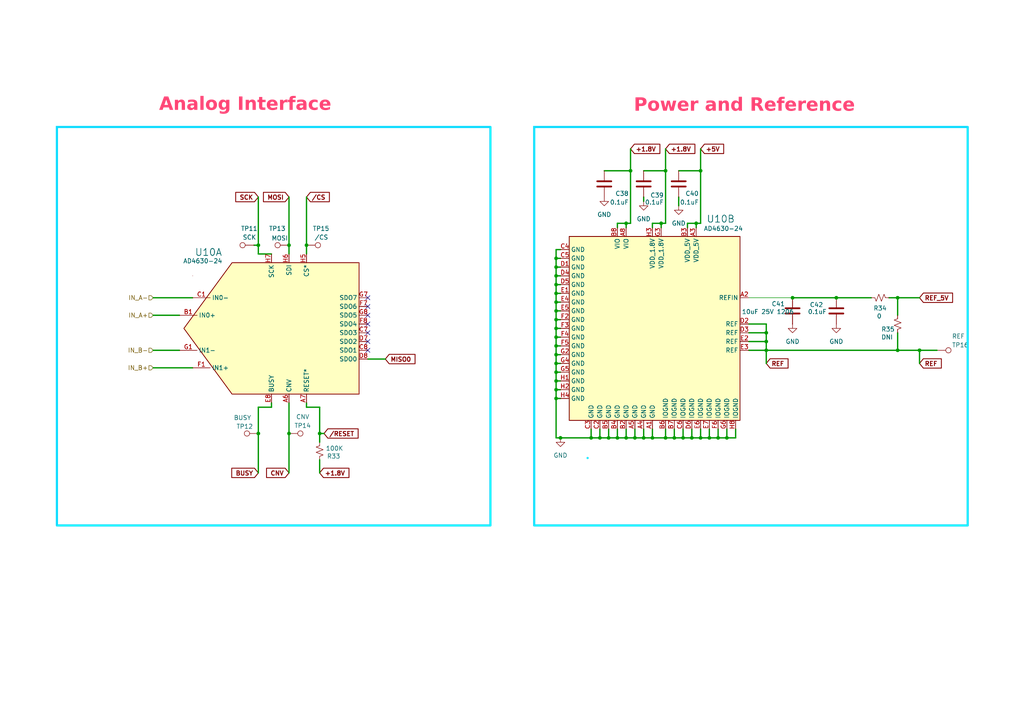
<source format=kicad_sch>
(kicad_sch (version 20250114) (generator "eeschema") (generator_version "9.0")
  (paper "A4")
  (title_block (title "NanoPulse - ADC") (date "2025-07-10") (rev "Rev 1") (company "N-Well Labs\n\n"))
  (lib_symbols
    (symbol "majed-symbols:AD4630-ADC"
      (property "Reference" "U10" (at 12.7 24.892 0))
      (property "Value" "AD4630-24" (at 12.7 22.352 0))
      (symbol "AD4630-ADC_0_1"
        (rectangle (start 26.67 15.24) (end 26.67 15.24))
      )
      (symbol "AD4630-ADC_1_1"
        (polyline (pts (xy 15.24 -19.05) (xy 29.21 0) (xy 15.24 19.05) (xy -21.59 19.05) (xy -21.59 -19.05) (xy 15.24 -19.05)) (stroke (width 0.254)) (fill (type background)))
        (pin output line (at -24.13 8.89 0) (length 2.54) (name "SDO7") (number "G7"))
        (pin output line (at -24.13 6.35 0) (length 2.54) (name "SDO6") (number "F7"))
        (pin output line (at -24.13 3.81 0) (length 2.54) (name "SDO5") (number "G8"))
        (pin output line (at -24.13 1.27 0) (length 2.54) (name "SDO4") (number "F8"))
        (pin output line (at -24.13 -1.27 0) (length 2.54) (name "SDO3") (number "C7"))
        (pin output line (at -24.13 -3.81 0) (length 2.54) (name "SDO2") (number "D7"))
        (pin output line (at -24.13 -6.35 0) (length 2.54) (name "SDO1") (number "C8"))
        (pin output line (at -24.13 -8.89 0) (length 2.54) (name "SDO0") (number "D8"))
        (pin input line (at -6.35 21.59 270) (length 2.54) (name "CS*") (number "H5"))
        (pin input line (at -6.35 -21.59 90) (length 2.54) (name "RESET*") (number "A7"))
        (pin input line (at -1.27 21.59 270) (length 2.54) (name "SDI") (number "H6"))
        (pin input line (at -1.27 -21.59 90) (length 2.54) (name "CNV") (number "A6"))
        (pin input line (at 3.81 21.59 270) (length 2.54) (name "SCK") (number "H7"))
        (pin output line (at 3.81 -21.59 90) (length 2.54) (name "BUSY") (number "E8"))
        (pin input line (at 26.67 8.89 180) (length 5.08) (name "IN0-") (number "C1"))
        (pin input line (at 26.67 -11.43 180) (length 5.08) (name "IN1+") (number "F1"))
        (pin input line (at 30.48 3.81 180) (length 5.08) (name "IN0+") (number "B1"))
        (pin input line (at 30.48 -6.35 180) (length 5.08) (name "IN1-") (number "G1"))
      )
      (symbol "AD4630-ADC_2_1"
        (polyline (pts (xy -24.13 -3.81) (xy -24.13 -25.4) (xy 25.4 -25.4) (xy 25.4 27.94) (xy -24.13 27.94) (xy -24.13 -3.81)) (stroke (width 0.254)) (fill (type background)))
        (pin power_in line (at -26.67 10.16 0) (length 2.54) (name "REFIN") (number "A2"))
        (pin passive line (at -26.67 2.54 0) (length 2.54) (name "REF") (number "D2"))
        (pin passive line (at -26.67 0 0) (length 2.54) (name "REF") (number "D3"))
        (pin passive line (at -26.67 -2.54 0) (length 2.54) (name "REF") (number "E2"))
        (pin passive line (at -26.67 -5.08 0) (length 2.54) (name "REF") (number "E3"))
        (pin power_in line (at -22.86 -27.94 90) (length 2.54) (name "IOGND") (number "H8"))
        (pin power_in line (at -20.32 -27.94 90) (length 2.54) (name "IOGND") (number "G6"))
        (pin power_in line (at -17.78 -27.94 90) (length 2.54) (name "IOGND") (number "F6"))
        (pin power_in line (at -15.24 -27.94 90) (length 2.54) (name "IOGND") (number "E7"))
        (pin power_in line (at -12.7 -27.94 90) (length 2.54) (name "IOGND") (number "E6"))
        (pin power_in line (at -11.43 30.48 270) (length 2.54) (name "VDD_5V") (number "A3"))
        (pin power_in line (at -10.16 -27.94 90) (length 2.54) (name "IOGND") (number "D6"))
        (pin power_in line (at -8.89 30.48 270) (length 2.54) (name "VDD_5V") (number "B3"))
        (pin power_in line (at -7.62 -27.94 90) (length 2.54) (name "IOGND") (number "C6"))
        (pin power_in line (at -5.08 -27.94 90) (length 2.54) (name "IOGND") (number "B7"))
        (pin power_in line (at -2.54 -27.94 90) (length 2.54) (name "IOGND") (number "B6"))
        (pin power_in line (at -1.27 30.48 270) (length 2.54) (name "VDD_1.8V") (number "G3"))
        (pin power_in line (at 1.27 30.48 270) (length 2.54) (name "VDD_1.8V") (number "H3"))
        (pin power_in line (at 1.27 -27.94 90) (length 2.54) (name "GND") (number "A1"))
        (pin power_in line (at 3.81 -27.94 90) (length 2.54) (name "GND") (number "A4"))
        (pin power_in line (at 6.35 -27.94 90) (length 2.54) (name "GND") (number "A5"))
        (pin power_in line (at 8.89 30.48 270) (length 2.54) (name "VIO") (number "A8"))
        (pin power_in line (at 8.89 -27.94 90) (length 2.54) (name "GND") (number "B2"))
        (pin power_in line (at 11.43 30.48 270) (length 2.54) (name "VIO") (number "B8"))
        (pin power_in line (at 11.43 -27.94 90) (length 2.54) (name "GND") (number "B4"))
        (pin power_in line (at 13.97 -27.94 90) (length 2.54) (name "GND") (number "B5"))
        (pin power_in line (at 16.51 -27.94 90) (length 2.54) (name "GND") (number "C2"))
        (pin power_in line (at 19.05 -27.94 90) (length 2.54) (name "GND") (number "C3"))
        (pin power_in line (at 27.94 24.13 180) (length 2.54) (name "GND") (number "C4"))
        (pin power_in line (at 27.94 21.59 180) (length 2.54) (name "GND") (number "C5"))
        (pin power_in line (at 27.94 19.05 180) (length 2.54) (name "GND") (number "D1"))
        (pin power_in line (at 27.94 16.51 180) (length 2.54) (name "GND") (number "D4"))
        (pin power_in line (at 27.94 13.97 180) (length 2.54) (name "GND") (number "D5"))
        (pin power_in line (at 27.94 11.43 180) (length 2.54) (name "GND") (number "E1"))
        (pin power_in line (at 27.94 8.89 180) (length 2.54) (name "GND") (number "E4"))
        (pin power_in line (at 27.94 6.35 180) (length 2.54) (name "GND") (number "E5"))
        (pin power_in line (at 27.94 3.81 180) (length 2.54) (name "GND") (number "F2"))
        (pin power_in line (at 27.94 1.27 180) (length 2.54) (name "GND") (number "F3"))
        (pin power_in line (at 27.94 -1.27 180) (length 2.54) (name "GND") (number "F4"))
        (pin power_in line (at 27.94 -3.81 180) (length 2.54) (name "GND") (number "F5"))
        (pin power_in line (at 27.94 -6.35 180) (length 2.54) (name "GND") (number "G2"))
        (pin power_in line (at 27.94 -8.89 180) (length 2.54) (name "GND") (number "G4"))
        (pin power_in line (at 27.94 -11.43 180) (length 2.54) (name "GND") (number "G5"))
        (pin power_in line (at 27.94 -13.97 180) (length 2.54) (name "GND") (number "H1"))
        (pin power_in line (at 27.94 -16.51 180) (length 2.54) (name "GND") (number "H2"))
        (pin power_in line (at 27.94 -19.05 180) (length 2.54) (name "GND") (number "H4"))
      )
    )
    (symbol "majed-symbols:C" (pin_numbers (hide yes)) (pin_names (offset 0.254))
      (property "Reference" "C" (at 0.635 2.54 0))
      (property "Value" "C" (at 0.635 -2.54 0))
      (symbol "C_0_1"
        (polyline (pts (xy -2.032 0.762) (xy 2.032 0.762)) (stroke (width 0.508)))
        (polyline (pts (xy -2.032 -0.762) (xy 2.032 -0.762)) (stroke (width 0.508)))
      )
      (symbol "C_1_1"
        (pin passive line (at 0 3.81 270) (length 2.794) (name "~") (number "1"))
        (pin passive line (at 0 -3.81 90) (length 2.794) (name "~") (number "2"))
      )
    )
    (symbol "majed-symbols:GND" (power) (pin_numbers (hide yes)) (pin_names (offset 0) (hide yes))
      (property "Value" "GND" (at 0 -3.81 0))
      (symbol "GND_0_1"
        (polyline (pts (xy 0 0) (xy 0 -1.27) (xy 1.27 -1.27) (xy 0 -2.54) (xy -1.27 -1.27) (xy 0 -1.27)))
      )
      (symbol "GND_1_1"
        (pin power_in line (at 0 0 270) (length 0) (name "~") (number "1"))
      )
    )
    (symbol "majed-symbols:R_Small_US" (pin_numbers (hide yes)) (pin_names (offset 0.254) (hide yes))
      (property "Reference" "R" (at 0.762 0.508 0))
      (property "Value" "R_Small_US" (at 0.762 -1.016 0))
      (symbol "R_Small_US_1_1"
        (polyline (pts (xy 0 1.524) (xy 1.016 1.143) (xy 0 0.762) (xy -1.016 0.381) (xy 0 0)))
        (polyline (pts (xy 0 0) (xy 1.016 -0.381) (xy 0 -0.762) (xy -1.016 -1.143) (xy 0 -1.524)))
        (pin passive line (at 0 2.54 270) (length 1.016) (name "~") (number "1"))
        (pin passive line (at 0 -2.54 90) (length 1.016) (name "~") (number "2"))
      )
    )
    (symbol "majed-symbols:TestPoint" (pin_numbers (hide yes)) (pin_names (offset 0.762) (hide yes))
      (property "Reference" "TP" (at 2.54 2.794 90))
      (symbol "TestPoint_0_1"
        (circle (center 0 3.302) (radius 0.762))
      )
      (symbol "TestPoint_1_1"
        (pin passive line (at 0 0 90) (length 2.54) (name "1") (number "1"))
      )
    )
  )
  (rectangle (start 16.51 36.83) (end 142.24 152.4) (stroke (width 0.635) (color 14 220 255 1)))
  (rectangle (start 154.94 36.83) (end 280.67 152.4) (stroke (width 0.635) (color 14 220 255 1)))
  (rectangle (start 170.434 132.842) (end 170.434 132.842) (stroke (width 0.635) (color 14 220 255 1)))
  (text "Analog Interface" (at 71.12 31.496 0) (effects (font (size 3.81 3.81) (bold yes))))
  (text "Power and Reference" (at 215.9 31.75 0) (effects (font (size 3.81 3.81) (bold yes))))
  (junction (at 74.93 125.73))
  (junction (at 260.35 101.6))
  (junction (at 161.29 95.25))
  (junction (at 260.35 86.36))
  (junction (at 88.9 71.12))
  (junction (at 161.29 97.79))
  (junction (at 195.58 127))
  (junction (at 162.56 127))
  (junction (at 203.2 49.53))
  (junction (at 184.15 127))
  (junction (at 203.2 127))
  (junction (at 171.45 127))
  (junction (at 201.93 64.77))
  (junction (at 222.25 99.06))
  (junction (at 179.07 127))
  (junction (at 83.82 71.12))
  (junction (at 189.23 127))
  (junction (at 161.29 107.95))
  (junction (at 210.82 127))
  (junction (at 161.29 77.47))
  (junction (at 74.93 71.12))
  (junction (at 161.29 105.41))
  (junction (at 198.12 127))
  (junction (at 173.99 127))
  (junction (at 161.29 102.87))
  (junction (at 161.29 82.55))
  (junction (at 242.57 86.36))
  (junction (at 161.29 90.17))
  (junction (at 161.29 92.71))
  (junction (at 161.29 113.03))
  (junction (at 161.29 115.57))
  (junction (at 266.7 101.6))
  (junction (at 182.88 49.53))
  (junction (at 193.04 127))
  (junction (at 181.61 127))
  (junction (at 83.82 125.73))
  (junction (at 161.29 100.33))
  (junction (at 191.77 64.77))
  (junction (at 161.29 74.93))
  (junction (at 181.61 64.77))
  (junction (at 186.69 127))
  (junction (at 176.53 127))
  (junction (at 229.87 86.36))
  (junction (at 205.74 127))
  (junction (at 161.29 110.49))
  (junction (at 222.25 96.52))
  (junction (at 92.71 125.73))
  (junction (at 161.29 87.63))
  (junction (at 222.25 101.6))
  (junction (at 161.29 80.01))
  (junction (at 161.29 85.09))
  (junction (at 200.66 127))
  (junction (at 193.04 49.53))
  (junction (at 208.28 127))
  (no_connect (at 106.68 101.6))
  (no_connect (at 106.68 88.9))
  (no_connect (at 106.68 91.44))
  (no_connect (at 106.68 99.06))
  (no_connect (at 106.68 96.52))
  (no_connect (at 106.68 86.36))
  (no_connect (at 106.68 93.98))
  (wire (pts (xy 210.82 127) (xy 208.28 127)) (stroke (width 0.381)))
  (wire (pts (xy 242.57 86.36) (xy 252.73 86.36)) (stroke (width 0.381)))
  (wire (pts (xy 193.04 124.46) (xy 193.04 127)) (stroke (width 0.381)))
  (wire (pts (xy 195.58 124.46) (xy 195.58 127)) (stroke (width 0.381)))
  (wire (pts (xy 88.9 71.12) (xy 88.9 73.66)) (stroke (width 0.381)))
  (wire (pts (xy 161.29 77.47) (xy 161.29 80.01)) (stroke (width 0.381)))
  (wire (pts (xy 222.25 93.98) (xy 222.25 96.52)) (stroke (width 0.381)))
  (wire (pts (xy 83.82 57.15) (xy 83.82 71.12)) (stroke (width 0.381)))
  (wire (pts (xy 203.2 49.53) (xy 203.2 64.77)) (stroke (width 0.381)))
  (wire (pts (xy 162.56 107.95) (xy 161.29 107.95)) (stroke (width 0.381)))
  (wire (pts (xy 203.2 43.18) (xy 203.2 49.53)) (stroke (width 0.381)))
  (wire (pts (xy 181.61 127) (xy 184.15 127)) (stroke (width 0.381)))
  (wire (pts (xy 176.53 127) (xy 179.07 127)) (stroke (width 0.381)))
  (wire (pts (xy 193.04 64.77) (xy 191.77 64.77)) (stroke (width 0.381)))
  (wire (pts (xy 222.25 99.06) (xy 222.25 101.6)) (stroke (width 0.381)))
  (wire (pts (xy 196.85 49.53) (xy 203.2 49.53)) (stroke (width 0.381)))
  (wire (pts (xy 92.71 118.11) (xy 88.9 118.11)) (stroke (width 0.381)))
  (wire (pts (xy 88.9 57.15) (xy 88.9 71.12)) (stroke (width 0.381)))
  (wire (pts (xy 189.23 66.04) (xy 189.23 64.77)) (stroke (width 0.381)))
  (wire (pts (xy 83.82 71.12) (xy 83.82 73.66)) (stroke (width 0.381)))
  (wire (pts (xy 266.7 101.6) (xy 271.78 101.6)) (stroke (width 0.381)))
  (wire (pts (xy 162.56 97.79) (xy 161.29 97.79)) (stroke (width 0.381)))
  (wire (pts (xy 162.56 90.17) (xy 161.29 90.17)) (stroke (width 0.381)))
  (wire (pts (xy 162.56 92.71) (xy 161.29 92.71)) (stroke (width 0.381)))
  (wire (pts (xy 161.29 87.63) (xy 161.29 90.17)) (stroke (width 0.381)))
  (wire (pts (xy 161.29 72.39) (xy 161.29 74.93)) (stroke (width 0.381)))
  (wire (pts (xy 161.29 115.57) (xy 161.29 127)) (stroke (width 0.381)))
  (wire (pts (xy 44.45 106.68) (xy 55.88 106.68)) (stroke (width 0.381)))
  (wire (pts (xy 93.98 125.73) (xy 92.71 125.73)) (stroke (width 0.381)))
  (wire (pts (xy 222.25 96.52) (xy 222.25 99.06)) (stroke (width 0.381)))
  (wire (pts (xy 161.29 100.33) (xy 161.29 102.87)) (stroke (width 0.381)))
  (wire (pts (xy 162.56 100.33) (xy 161.29 100.33)) (stroke (width 0.381)))
  (wire (pts (xy 161.29 92.71) (xy 161.29 95.25)) (stroke (width 0.381)))
  (wire (pts (xy 162.56 77.47) (xy 161.29 77.47)) (stroke (width 0.381)))
  (wire (pts (xy 189.23 124.46) (xy 189.23 127)) (stroke (width 0.381)))
  (wire (pts (xy 162.56 85.09) (xy 161.29 85.09)) (stroke (width 0.381)))
  (wire (pts (xy 74.93 71.12) (xy 74.93 73.66)) (stroke (width 0.381)))
  (wire (pts (xy 162.56 87.63) (xy 161.29 87.63)) (stroke (width 0.381)))
  (wire (pts (xy 161.29 90.17) (xy 161.29 92.71)) (stroke (width 0.381)))
  (wire (pts (xy 186.69 127) (xy 184.15 127)) (stroke (width 0.381)))
  (wire (pts (xy 205.74 127) (xy 203.2 127)) (stroke (width 0.381)))
  (wire (pts (xy 83.82 116.84) (xy 83.82 125.73)) (stroke (width 0.381)))
  (wire (pts (xy 182.88 49.53) (xy 182.88 64.77)) (stroke (width 0.381)))
  (wire (pts (xy 203.2 64.77) (xy 201.93 64.77)) (stroke (width 0.381)))
  (wire (pts (xy 161.29 105.41) (xy 161.29 107.95)) (stroke (width 0.381)))
  (wire (pts (xy 203.2 124.46) (xy 203.2 127)) (stroke (width 0.381)))
  (wire (pts (xy 161.29 85.09) (xy 161.29 87.63)) (stroke (width 0.381)))
  (wire (pts (xy 179.07 66.04) (xy 179.07 64.77)) (stroke (width 0.381)))
  (wire (pts (xy 162.56 115.57) (xy 161.29 115.57)) (stroke (width 0.381)))
  (wire (pts (xy 217.17 86.36) (xy 229.87 86.36)))
  (wire (pts (xy 193.04 49.53) (xy 193.04 64.77)) (stroke (width 0.381)))
  (wire (pts (xy 191.77 66.04) (xy 191.77 64.77)) (stroke (width 0.381)))
  (wire (pts (xy 162.56 74.93) (xy 161.29 74.93)) (stroke (width 0.381)))
  (wire (pts (xy 208.28 124.46) (xy 208.28 127)) (stroke (width 0.381)))
  (wire (pts (xy 189.23 64.77) (xy 191.77 64.77)) (stroke (width 0.381)))
  (wire (pts (xy 162.56 113.03) (xy 161.29 113.03)) (stroke (width 0.381)))
  (wire (pts (xy 257.81 86.36) (xy 260.35 86.36)) (stroke (width 0.381)))
  (wire (pts (xy 179.07 124.46) (xy 179.07 127)) (stroke (width 0.381)))
  (wire (pts (xy 92.71 133.35) (xy 92.71 137.16)) (stroke (width 0.381)))
  (wire (pts (xy 74.93 125.73) (xy 74.93 137.16)) (stroke (width 0.381)))
  (wire (pts (xy 200.66 127) (xy 198.12 127)) (stroke (width 0.381)))
  (wire (pts (xy 92.71 125.73) (xy 92.71 128.27)) (stroke (width 0.381)))
  (wire (pts (xy 162.56 127) (xy 171.45 127)) (stroke (width 0.381)))
  (wire (pts (xy 222.25 96.52) (xy 217.17 96.52)) (stroke (width 0.381)))
  (wire (pts (xy 162.56 102.87) (xy 161.29 102.87)) (stroke (width 0.381)))
  (wire (pts (xy 173.99 124.46) (xy 173.99 127)) (stroke (width 0.381)))
  (wire (pts (xy 181.61 66.04) (xy 181.61 64.77)) (stroke (width 0.381)))
  (wire (pts (xy 217.17 99.06) (xy 222.25 99.06)) (stroke (width 0.381)))
  (wire (pts (xy 186.69 58.42) (xy 186.69 57.15)) (stroke (width 0.381)))
  (wire (pts (xy 217.17 93.98) (xy 222.25 93.98)) (stroke (width 0.381)))
  (wire (pts (xy 203.2 127) (xy 200.66 127)) (stroke (width 0.381)))
  (wire (pts (xy 182.88 43.18) (xy 182.88 49.53)) (stroke (width 0.381)))
  (wire (pts (xy 161.29 97.79) (xy 161.29 100.33)) (stroke (width 0.381)))
  (wire (pts (xy 222.25 101.6) (xy 260.35 101.6)) (stroke (width 0.381)))
  (wire (pts (xy 193.04 43.18) (xy 193.04 49.53)) (stroke (width 0.381)))
  (wire (pts (xy 198.12 127) (xy 195.58 127)) (stroke (width 0.381)))
  (wire (pts (xy 162.56 127) (xy 161.29 127)) (stroke (width 0.381)))
  (wire (pts (xy 201.93 66.04) (xy 201.93 64.77)) (stroke (width 0.381)))
  (wire (pts (xy 161.29 102.87) (xy 161.29 105.41)) (stroke (width 0.381)))
  (wire (pts (xy 229.87 86.36) (xy 242.57 86.36)) (stroke (width 0.381)))
  (wire (pts (xy 182.88 64.77) (xy 181.61 64.77)) (stroke (width 0.381)))
  (wire (pts (xy 260.35 86.36) (xy 266.7 86.36)) (stroke (width 0.381)))
  (wire (pts (xy 217.17 101.6) (xy 222.25 101.6)) (stroke (width 0.381)))
  (wire (pts (xy 189.23 127) (xy 193.04 127)) (stroke (width 0.381)))
  (wire (pts (xy 199.39 66.04) (xy 199.39 64.77)) (stroke (width 0.381)))
  (wire (pts (xy 176.53 124.46) (xy 176.53 127)) (stroke (width 0.381)))
  (wire (pts (xy 205.74 124.46) (xy 205.74 127)) (stroke (width 0.381)))
  (wire (pts (xy 179.07 127) (xy 181.61 127)) (stroke (width 0.381)))
  (wire (pts (xy 175.26 49.53) (xy 182.88 49.53)) (stroke (width 0.381)))
  (wire (pts (xy 161.29 113.03) (xy 161.29 115.57)) (stroke (width 0.381)))
  (wire (pts (xy 161.29 80.01) (xy 161.29 82.55)) (stroke (width 0.381)))
  (wire (pts (xy 88.9 118.11) (xy 88.9 116.84)) (stroke (width 0.381)))
  (wire (pts (xy 162.56 95.25) (xy 161.29 95.25)) (stroke (width 0.381)))
  (wire (pts (xy 186.69 124.46) (xy 186.69 127)) (stroke (width 0.381)))
  (wire (pts (xy 162.56 110.49) (xy 161.29 110.49)) (stroke (width 0.381)))
  (wire (pts (xy 199.39 64.77) (xy 201.93 64.77)) (stroke (width 0.381)))
  (wire (pts (xy 266.7 105.41) (xy 266.7 101.6)) (stroke (width 0.381)))
  (wire (pts (xy 106.68 104.14) (xy 111.76 104.14)) (stroke (width 0.381)))
  (wire (pts (xy 44.45 86.36) (xy 55.88 86.36)) (stroke (width 0.381)))
  (wire (pts (xy 161.29 74.93) (xy 161.29 77.47)) (stroke (width 0.381)))
  (wire (pts (xy 179.07 64.77) (xy 181.61 64.77)) (stroke (width 0.381)))
  (wire (pts (xy 260.35 96.52) (xy 260.35 101.6)) (stroke (width 0.381)))
  (wire (pts (xy 83.82 125.73) (xy 83.82 137.16)) (stroke (width 0.381)))
  (wire (pts (xy 181.61 124.46) (xy 181.61 127)) (stroke (width 0.381)))
  (wire (pts (xy 162.56 82.55) (xy 161.29 82.55)) (stroke (width 0.381)))
  (wire (pts (xy 260.35 86.36) (xy 260.35 91.44)) (stroke (width 0.381)))
  (wire (pts (xy 184.15 124.46) (xy 184.15 127)) (stroke (width 0.381)))
  (wire (pts (xy 44.45 101.6) (xy 52.07 101.6)) (stroke (width 0.381)))
  (wire (pts (xy 78.74 118.11) (xy 78.74 116.84)) (stroke (width 0.381)))
  (wire (pts (xy 73.66 71.12) (xy 74.93 71.12)) (stroke (width 0.381)))
  (wire (pts (xy 176.53 127) (xy 173.99 127)) (stroke (width 0.381)))
  (wire (pts (xy 161.29 107.95) (xy 161.29 110.49)) (stroke (width 0.381)))
  (wire (pts (xy 260.35 101.6) (xy 266.7 101.6)) (stroke (width 0.381)))
  (wire (pts (xy 161.29 72.39) (xy 162.56 72.39)) (stroke (width 0.381)))
  (wire (pts (xy 222.25 105.41) (xy 222.25 101.6)) (stroke (width 0.381)))
  (wire (pts (xy 171.45 124.46) (xy 171.45 127)) (stroke (width 0.381)))
  (wire (pts (xy 162.56 105.41) (xy 161.29 105.41)) (stroke (width 0.381)))
  (wire (pts (xy 186.69 49.53) (xy 193.04 49.53)) (stroke (width 0.381)))
  (wire (pts (xy 161.29 82.55) (xy 161.29 85.09)) (stroke (width 0.381)))
  (wire (pts (xy 74.93 57.15) (xy 74.93 71.12)) (stroke (width 0.381)))
  (wire (pts (xy 210.82 124.46) (xy 210.82 127)) (stroke (width 0.381)))
  (wire (pts (xy 195.58 127) (xy 193.04 127)) (stroke (width 0.381)))
  (wire (pts (xy 200.66 124.46) (xy 200.66 127)) (stroke (width 0.381)))
  (wire (pts (xy 44.45 91.44) (xy 52.07 91.44)) (stroke (width 0.381)))
  (wire (pts (xy 161.29 110.49) (xy 161.29 113.03)) (stroke (width 0.381)))
  (wire (pts (xy 196.85 59.69) (xy 196.85 57.15)) (stroke (width 0.381)))
  (wire (pts (xy 213.36 124.46) (xy 213.36 127)) (stroke (width 0.381)))
  (wire (pts (xy 74.93 125.73) (xy 74.93 118.11)) (stroke (width 0.381)))
  (wire (pts (xy 92.71 125.73) (xy 92.71 118.11)) (stroke (width 0.381)))
  (wire (pts (xy 74.93 73.66) (xy 78.74 73.66)) (stroke (width 0.381)))
  (wire (pts (xy 198.12 124.46) (xy 198.12 127)) (stroke (width 0.381)))
  (wire (pts (xy 208.28 127) (xy 205.74 127)) (stroke (width 0.381)))
  (wire (pts (xy 74.93 118.11) (xy 78.74 118.11)) (stroke (width 0.381)))
  (wire (pts (xy 161.29 95.25) (xy 161.29 97.79)) (stroke (width 0.381)))
  (wire (pts (xy 173.99 127) (xy 171.45 127)) (stroke (width 0.381)))
  (wire (pts (xy 162.56 80.01) (xy 161.29 80.01)) (stroke (width 0.381)))
  (wire (pts (xy 213.36 127) (xy 210.82 127)) (stroke (width 0.381)))
  (wire (pts (xy 186.69 127) (xy 189.23 127)) (stroke (width 0.381)))
  (global_label "+1.8V" (shape input) (at 182.88 43.18 0) (effects (font (bold yes))) (property "Intersheetrefs" "${INTERSHEET_REFS}" (effects (hide yes))))
  (global_label "+1.8V" (shape input) (at 92.71 137.16 0) (effects (font (bold yes))) (property "Intersheetrefs" "${INTERSHEET_REFS}" (effects (hide yes))))
  (global_label "SCK" (shape input) (at 74.93 57.15 180) (effects (font (bold yes))) (property "Intersheetrefs" "${INTERSHEET_REFS}" (effects (hide yes))))
  (global_label "MOSI" (shape input) (at 83.82 57.15 180) (effects (font (bold yes))) (property "Intersheetrefs" "${INTERSHEET_REFS}" (effects (hide yes))))
  (global_label "REF" (shape input) (at 222.25 105.41 0) (effects (font (bold yes))) (property "Intersheetrefs" "${INTERSHEET_REFS}" (effects (hide yes))) (property "Netclass" "BGA" (effects (hide yes))))
  (global_label "{slash}CS" (shape input) (at 88.9 57.15 0) (effects (font (bold yes))) (property "Intersheetrefs" "${INTERSHEET_REFS}" (effects (hide yes))))
  (global_label "CNV" (shape input) (at 83.82 137.16 180) (effects (font (bold yes))) (property "Intersheetrefs" "${INTERSHEET_REFS}" (effects (hide yes))))
  (global_label "REF" (shape input) (at 266.7 105.41 0) (effects (font (bold yes))) (property "Intersheetrefs" "${INTERSHEET_REFS}" (effects (hide yes))))
  (global_label "{slash}RESET" (shape input) (at 93.98 125.73 0) (effects (font (bold yes))) (property "Intersheetrefs" "${INTERSHEET_REFS}" (effects (hide yes))))
  (global_label "BUSY" (shape input) (at 74.93 137.16 180) (effects (font (bold yes))) (property "Intersheetrefs" "${INTERSHEET_REFS}" (effects (hide yes))))
  (global_label "REF_5V" (shape input) (at 266.7 86.36 0) (effects (font (bold yes))) (property "Intersheetrefs" "${INTERSHEET_REFS}" (effects (hide yes))) (property "Netclass" "BGA" (effects (hide yes))))
  (global_label "MISO0" (shape input) (at 111.76 104.14 0) (effects (font (bold yes))) (property "Intersheetrefs" "${INTERSHEET_REFS}" (effects (hide yes))))
  (global_label "+1.8V" (shape input) (at 193.04 43.18 0) (effects (font (bold yes))) (property "Intersheetrefs" "${INTERSHEET_REFS}" (effects (hide yes))))
  (global_label "+5V" (shape input) (at 203.2 43.18 0) (effects (font (bold yes))) (property "Intersheetrefs" "${INTERSHEET_REFS}" (effects (hide yes))))
  (hierarchical_label "IN_B+" (shape input) (at 44.45 106.68 180))
  (hierarchical_label "IN_A+" (shape input) (at 44.45 91.44 180))
  (hierarchical_label "IN_A-" (shape input) (at 44.45 86.36 180))
  (hierarchical_label "IN_B-" (shape input) (at 44.45 101.6 180))
  (symbol (lib_id "majed-symbols:C") (at 196.85 53.34 0) (mirror y) (unit 1)
    (property "Reference" "C40" (at 202.692 56.134 0) (effects (justify left)))
    (property "Value" "0.1uF" (at 202.692 58.674 0) (effects (justify left)))
    (property "Footprint" "Capacitor_SMD:C_0603_1608Metric" (effects (hide yes)))
    (property "Description" "Unpolarized capacitor" (effects (hide yes)))
    (property "Manufacturer" "YAGEO " (effects (hide yes)))
    (property "Digikey" "311-1088-1-ND" (effects (hide yes)))
    (property "Mfg part #" "CC0603KRX7R7BB104" (effects (hide yes)))
  )
  (symbol (lib_id "majed-symbols:TestPoint") (at 83.82 71.12 90) (unit 1)
    (property "Reference" "TP13" (at 77.978 66.294 90) (effects (justify right)))
    (property "Value" "MOSI" (at 78.74 69.088 90) (effects (justify right)))
    (property "Footprint" "TestPoint:TestPoint_Pad_1.0x1.0mm" (effects (hide yes)))
    (property "Description" "Test Point" (effects (hide yes)))
  )
  (symbol (lib_id "majed-symbols:GND") (at 175.26 57.15 0) (mirror y) (unit 1)
    (property "Reference" "#PWR093" (effects (hide yes)))
    (property "Value" "GND" (at 175.26 62.23 0))
    (property "Description" "Power symbol creates a global label with name \"GND\" , ground" (effects (hide yes)))
  )
  (symbol (lib_id "majed-symbols:R_Small_US") (at 255.27 86.36 90) (mirror x) (unit 1)
    (property "Reference" "R34" (at 255.27 89.408 90))
    (property "Value" "0" (at 255.016 91.694 90))
    (property "Footprint" "Resistor_SMD:R_0603_1608Metric" (effects (hide yes)))
    (property "Description" "Resistor, small US symbol" (effects (hide yes)))
    (property "Manufacturer" "YAGEO" (effects (hide yes)))
    (property "Digikey" "311-0.0GRCT-ND" (effects (hide yes)))
    (property "Mfg part #" "RC0603JR-070RL " (effects (hide yes)))
  )
  (symbol (lib_id "majed-symbols:TestPoint") (at 88.9 71.12 270) (unit 1)
    (property "Reference" "TP15" (at 90.678 66.294 90) (effects (justify left)))
    (property "Value" "/CS" (at 91.186 68.834 90) (effects (justify left)))
    (property "Footprint" "TestPoint:TestPoint_Pad_1.0x1.0mm" (effects (hide yes)))
    (property "Description" "Test Point" (effects (hide yes)))
  )
  (symbol (lib_id "majed-symbols:GND") (at 229.87 93.98 0) (mirror y) (unit 1)
    (property "Reference" "#PWR096" (effects (hide yes)))
    (property "Value" "GND" (at 229.87 99.06 0))
    (property "Description" "Power symbol creates a global label with name \"GND\" , ground" (effects (hide yes)))
  )
  (symbol (lib_id "majed-symbols:R_Small_US") (at 260.35 93.98 0) (mirror y) (unit 1)
    (property "Reference" "R35" (at 257.556 95.504 0))
    (property "Value" "DNI" (at 257.302 97.79 0))
    (property "Footprint" "Resistor_SMD:R_0603_1608Metric" (effects (hide yes)))
    (property "Description" "Resistor, small US symbol" (effects (hide yes)))
  )
  (symbol (lib_id "majed-symbols:GND") (at 186.69 58.42 0) (mirror y) (unit 1)
    (property "Reference" "#PWR094" (effects (hide yes)))
    (property "Value" "GND" (at 186.69 63.5 0))
    (property "Description" "Power symbol creates a global label with name \"GND\" , ground" (effects (hide yes)))
  )
  (symbol (lib_id "majed-symbols:C") (at 229.87 90.17 0) (unit 1)
    (property "Reference" "C41" (at 223.774 88.138 0) (effects (justify left)))
    (property "Value" "10uF 25V 1206" (at 215.138 90.424 0) (effects (justify left)))
    (property "Footprint" "Capacitor_SMD:C_1206_3216Metric" (effects (hide yes)))
    (property "Description" "Unpolarized capacitor" (effects (hide yes)))
    (property "Manufacturer" "Samsung Electro-Mechanics " (effects (hide yes)))
    (property "Digikey" "1276-1181-1-ND" (effects (hide yes)))
    (property "Mfg part #" "CL31A106MAHNNNE" (effects (hide yes)))
  )
  (symbol (lib_id "majed-symbols:AD4630-ADC") (at 82.55 95.25 0) (mirror y) (unit 1)
    (property "Reference" "U10" (at 64.516 73.152 0) (effects (font (size 2.032 2.032)) (justify left)))
    (property "Value" "AD4630-24" (at 64.516 75.692 0) (effects (justify left)))
    (property "Footprint" "Majed-footprints:05-08-1797_ADI-L" (effects (hide yes)))
    (property "Datasheet" "https://www.analog.com/media/en/technical-documentation/data-sheets/ad4630-24_ad4632-24.pdf" (effects (hide yes)))
    (property "Description" "24 Bit Analog to Digital Converter 2 Input 2 SAR 64-CSPBGA (7x7)" (effects (hide yes)))
    (property "Digikey" "505-AD4630-24BBCZ-RLCT-ND" (effects (hide yes)))
    (property "Manufacturer" "  Analog Devices Inc." (effects (hide yes)))
    (property "Mfg part #" "AD4630-24BBCZ-RL" (effects (hide yes)))
  )
  (symbol (lib_id "majed-symbols:TestPoint") (at 74.93 125.73 90) (unit 1)
    (property "Reference" "TP12" (at 73.406 123.698 90) (effects (justify left)))
    (property "Value" "BUSY" (at 72.898 121.158 90) (effects (justify left)))
    (property "Footprint" "TestPoint:TestPoint_Pad_1.0x1.0mm" (effects (hide yes)))
    (property "Description" "Test Point" (effects (hide yes)))
  )
  (symbol (lib_id "majed-symbols:C") (at 186.69 53.34 0) (mirror y) (unit 1)
    (property "Reference" "C39" (at 192.532 56.642 0) (effects (justify left)))
    (property "Value" "0.1uF" (at 192.532 58.674 0) (effects (justify left)))
    (property "Footprint" "Capacitor_SMD:C_0603_1608Metric" (effects (hide yes)))
    (property "Description" "Unpolarized capacitor" (effects (hide yes)))
    (property "Manufacturer" "YAGEO " (effects (hide yes)))
    (property "Digikey" "311-1088-1-ND" (effects (hide yes)))
    (property "Mfg part #" "CC0603KRX7R7BB104" (effects (hide yes)))
  )
  (symbol (lib_id "majed-symbols:GND") (at 196.85 59.69 0) (mirror y) (unit 1)
    (property "Reference" "#PWR095" (effects (hide yes)))
    (property "Value" "GND" (at 196.85 64.77 0))
    (property "Description" "Power symbol creates a global label with name \"GND\" , ground" (effects (hide yes)))
  )
  (symbol (lib_id "majed-symbols:TestPoint") (at 271.78 101.6 270) (mirror x) (unit 1)
    (property "Reference" "TP16" (at 276.098 100.076 90) (effects (justify left)))
    (property "Value" "REF" (at 276.098 97.536 90) (effects (justify left)))
    (property "Footprint" "TestPoint:TestPoint_Pad_1.0x1.0mm" (effects (hide yes)))
    (property "Description" "Test Point" (effects (hide yes)))
  )
  (symbol (lib_id "majed-symbols:TestPoint") (at 73.66 71.12 90) (unit 1)
    (property "Reference" "TP11" (at 69.85 66.294 90) (effects (justify right)))
    (property "Value" "SCK" (at 70.358 68.834 90) (effects (justify right)))
    (property "Footprint" "TestPoint:TestPoint_Pad_1.0x1.0mm" (effects (hide yes)))
    (property "Description" "Test Point" (effects (hide yes)))
  )
  (symbol (lib_id "majed-symbols:C") (at 175.26 53.34 0) (mirror y) (unit 1)
    (property "Reference" "C38" (at 182.372 56.134 0) (effects (justify left)))
    (property "Value" "0.1uF" (at 182.372 58.674 0) (effects (justify left)))
    (property "Footprint" "Capacitor_SMD:C_0603_1608Metric" (effects (hide yes)))
    (property "Description" "Unpolarized capacitor" (effects (hide yes)))
    (property "Manufacturer" "YAGEO " (effects (hide yes)))
    (property "Digikey" "311-1088-1-ND" (effects (hide yes)))
    (property "Mfg part #" "CC0603KRX7R7BB104" (effects (hide yes)))
  )
  (symbol (lib_id "majed-symbols:C") (at 242.57 90.17 0) (mirror y) (unit 1)
    (property "Reference" "C42" (at 238.76 88.392 0) (effects (justify left)))
    (property "Value" "0.1uF" (at 239.776 90.424 0) (effects (justify left)))
    (property "Footprint" "Capacitor_SMD:C_0603_1608Metric" (effects (hide yes)))
    (property "Description" "Unpolarized capacitor" (effects (hide yes)))
    (property "Manufacturer" "YAGEO " (effects (hide yes)))
    (property "Digikey" "311-1088-1-ND" (effects (hide yes)))
    (property "Mfg part #" "CC0603KRX7R7BB104" (effects (hide yes)))
  )
  (symbol (lib_id "majed-symbols:TestPoint") (at 83.82 125.73 270) (mirror x) (unit 1)
    (property "Reference" "TP14" (at 85.344 123.444 90) (effects (justify left)))
    (property "Value" "CNV" (at 85.852 120.904 90) (effects (justify left)))
    (property "Footprint" "TestPoint:TestPoint_Pad_1.0x1.0mm" (effects (hide yes)))
    (property "Description" "Test Point" (effects (hide yes)))
  )
  (symbol (lib_id "majed-symbols:GND") (at 162.56 127 0) (mirror y) (unit 1)
    (property "Reference" "#PWR092" (effects (hide yes)))
    (property "Value" "GND" (at 162.56 132.08 0))
    (property "Description" "Power symbol creates a global label with name \"GND\" , ground" (effects (hide yes)))
  )
  (symbol (lib_id "majed-symbols:R_Small_US") (at 92.71 130.81 0) (mirror x) (unit 1)
    (property "Reference" "R33" (at 96.774 132.334 0))
    (property "Value" "100K" (at 97.028 130.048 0))
    (property "Footprint" "Resistor_SMD:R_0603_1608Metric" (effects (hide yes)))
    (property "Description" "Resistor, small US symbol" (effects (hide yes)))
    (property "Manufacturer" "YAGEO" (effects (hide yes)))
    (property "Digikey" "311-100KHRCT-ND" (effects (hide yes)))
    (property "Mfg part #" "RC0603FR-07100KL" (effects (hide yes)))
  )
  (symbol (lib_id "majed-symbols:GND") (at 242.57 93.98 0) (mirror y) (unit 1)
    (property "Reference" "#PWR097" (effects (hide yes)))
    (property "Value" "GND" (at 242.57 99.06 0))
    (property "Description" "Power symbol creates a global label with name \"GND\" , ground" (effects (hide yes)))
  )
  (symbol (lib_id "majed-symbols:AD4630-ADC") (at 190.5 96.52 0) (mirror y) (unit 2)
    (property "Reference" "U10" (at 209.042 63.5 0) (effects (font (size 2.032 2.032))))
    (property "Value" "AD4630-24" (at 209.804 66.294 0))
    (property "Footprint" "Majed-footprints:05-08-1797_ADI-L" (effects (hide yes)))
    (property "Datasheet" "https://www.analog.com/media/en/technical-documentation/data-sheets/ad4630-24_ad4632-24.pdf" (effects (hide yes)))
    (property "Description" "24 Bit Analog to Digital Converter 2 Input 2 SAR 64-CSPBGA (7x7)" (effects (hide yes)))
    (property "Digikey" "505-AD4630-24BBCZ-RLCT-ND" (effects (hide yes)))
    (property "Manufacturer" "  Analog Devices Inc." (effects (hide yes)))
    (property "Mfg part #" "AD4630-24BBCZ-RL" (effects (hide yes)))
  )
)
</source>
